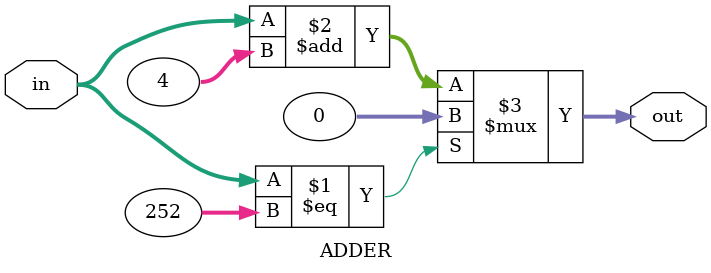
<source format=v>
`timescale 1ns / 1ps

module PC (
    rst,
    clk,
    en,
    out
);
  input rst, clk, en;
  output reg [5:0] out;


  wire [31:0] in;  //写入PC的信号
  reg  [31:0] PC_tmp;  //作为PC的暂存信号，用于自增


  ADDER adder (
      .in (PC_tmp),
      .out(in)
  );


  always @(posedge rst or posedge clk) begin
    if (rst) begin
      PC_tmp <= 32'h0000_0000;
      out <= 6'b000000;
    end else if (en) begin
      PC_tmp <= in;
      out <= in[7:2];
    end
  end

endmodule



//PC的加法器模块
module ADDER (
    in,
    out
);
  input [31:0] in;
  output [31:0] out;
  assign out = (in == 32'h0000_00FC) ? 32'h0000_0000 : in + 32'h0000_0004;
endmodule

</source>
